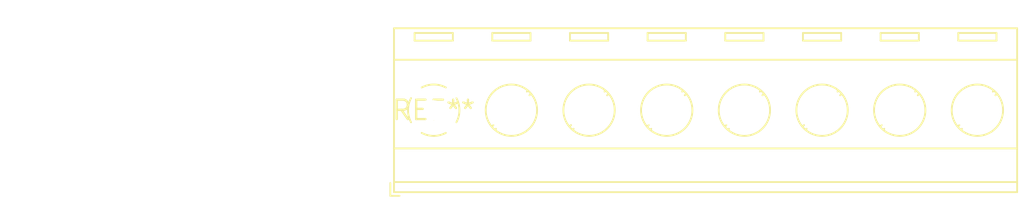
<source format=kicad_pcb>
(kicad_pcb (version 20240108) (generator pcbnew)
  (layers (0 "F.Cu" signal) (31 "B.Cu" signal) (34 "B.Paste" user) (35 "F.Paste" user) (36 "B.SilkS" user "B.Silkscreen") (37 "F.SilkS" user "F.Silkscreen") (38 "B.Mask" user) (39 "F.Mask" user) (44 "Edge.Cuts" user))
  (net 0 "")
  (footprint "TerminalBlock_RND_205-00293_1x08_P5.08mm_Horizontal" (layer "F.Cu") (at 0 0)
    (property "Reference" "REF**")
    (property "Value" "TerminalBlock_RND_205-00293_1x08_P5.08mm_Horizontal")
    (fp_line (start -2.84 4.76) (end -2.84 5.6) (layer "F.SilkS") (stroke (width 0.12)))
    (fp_line (start -2.84 5.6) (end -2.24 5.6) (layer "F.SilkS") (stroke (width 0.12)))
    (fp_line (start -2.6 -5.36) (end -2.6 5.36) (layer "F.SilkS") (stroke (width 0.12)))
    (fp_line (start -2.6 -5.36) (end 38.16 -5.36) (layer "F.SilkS") (stroke (width 0.12)))
    (fp_line (start -2.6 -3.3) (end 38.16 -3.3) (layer "F.SilkS") (stroke (width 0.12)))
    (fp_line (start -2.6 2.5) (end 38.16 2.5) (layer "F.SilkS") (stroke (width 0.12)))
    (fp_line (start -2.6 4.7) (end 38.16 4.7) (layer "F.SilkS") (stroke (width 0.12)))
    (fp_line (start -2.6 5.36) (end 38.16 5.36) (layer "F.SilkS") (stroke (width 0.12)))
    (fp_line (start -1.25 -5.05) (end -1.25 -4.55) (layer "F.SilkS") (stroke (width 0.12)))
    (fp_line (start -1.25 -5.05) (end 1.25 -5.05) (layer "F.SilkS") (stroke (width 0.12)))
    (fp_line (start -1.25 -4.55) (end 1.25 -4.55) (layer "F.SilkS") (stroke (width 0.12)))
    (fp_line (start 1.25 -5.05) (end 1.25 -4.55) (layer "F.SilkS") (stroke (width 0.12)))
    (fp_line (start 3.83 -5.05) (end 3.83 -4.55) (layer "F.SilkS") (stroke (width 0.12)))
    (fp_line (start 3.83 -5.05) (end 6.33 -5.05) (layer "F.SilkS") (stroke (width 0.12)))
    (fp_line (start 3.83 -4.55) (end 6.33 -4.55) (layer "F.SilkS") (stroke (width 0.12)))
    (fp_line (start 3.9 0.976) (end 3.806 1.069) (layer "F.SilkS") (stroke (width 0.12)))
    (fp_line (start 4.07 1.216) (end 4.011 1.274) (layer "F.SilkS") (stroke (width 0.12)))
    (fp_line (start 6.15 -1.275) (end 6.091 -1.216) (layer "F.SilkS") (stroke (width 0.12)))
    (fp_line (start 6.33 -5.05) (end 6.33 -4.55) (layer "F.SilkS") (stroke (width 0.12)))
    (fp_line (start 6.355 -1.069) (end 6.261 -0.976) (layer "F.SilkS") (stroke (width 0.12)))
    (fp_line (start 8.91 -5.05) (end 8.91 -4.55) (layer "F.SilkS") (stroke (width 0.12)))
    (fp_line (start 8.91 -5.05) (end 11.41 -5.05) (layer "F.SilkS") (stroke (width 0.12)))
    (fp_line (start 8.91 -4.55) (end 11.41 -4.55) (layer "F.SilkS") (stroke (width 0.12)))
    (fp_line (start 8.98 0.976) (end 8.886 1.069) (layer "F.SilkS") (stroke (width 0.12)))
    (fp_line (start 9.15 1.216) (end 9.091 1.274) (layer "F.SilkS") (stroke (width 0.12)))
    (fp_line (start 11.23 -1.275) (end 11.171 -1.216) (layer "F.SilkS") (stroke (width 0.12)))
    (fp_line (start 11.41 -5.05) (end 11.41 -4.55) (layer "F.SilkS") (stroke (width 0.12)))
    (fp_line (start 11.435 -1.069) (end 11.341 -0.976) (layer "F.SilkS") (stroke (width 0.12)))
    (fp_line (start 13.99 -5.05) (end 13.99 -4.55) (layer "F.SilkS") (stroke (width 0.12)))
    (fp_line (start 13.99 -5.05) (end 16.49 -5.05) (layer "F.SilkS") (stroke (width 0.12)))
    (fp_line (start 13.99 -4.55) (end 16.49 -4.55) (layer "F.SilkS") (stroke (width 0.12)))
    (fp_line (start 14.06 0.976) (end 13.966 1.069) (layer "F.SilkS") (stroke (width 0.12)))
    (fp_line (start 14.23 1.216) (end 14.171 1.274) (layer "F.SilkS") (stroke (width 0.12)))
    (fp_line (start 16.31 -1.275) (end 16.251 -1.216) (layer "F.SilkS") (stroke (width 0.12)))
    (fp_line (start 16.49 -5.05) (end 16.49 -4.55) (layer "F.SilkS") (stroke (width 0.12)))
    (fp_line (start 16.515 -1.069) (end 16.421 -0.976) (layer "F.SilkS") (stroke (width 0.12)))
    (fp_line (start 19.07 -5.05) (end 19.07 -4.55) (layer "F.SilkS") (stroke (width 0.12)))
    (fp_line (start 19.07 -5.05) (end 21.57 -5.05) (layer "F.SilkS") (stroke (width 0.12)))
    (fp_line (start 19.07 -4.55) (end 21.57 -4.55) (layer "F.SilkS") (stroke (width 0.12)))
    (fp_line (start 19.14 0.976) (end 19.046 1.069) (layer "F.SilkS") (stroke (width 0.12)))
    (fp_line (start 19.31 1.216) (end 19.251 1.274) (layer "F.SilkS") (stroke (width 0.12)))
    (fp_line (start 21.39 -1.275) (end 21.331 -1.216) (layer "F.SilkS") (stroke (width 0.12)))
    (fp_line (start 21.57 -5.05) (end 21.57 -4.55) (layer "F.SilkS") (stroke (width 0.12)))
    (fp_line (start 21.595 -1.069) (end 21.501 -0.976) (layer "F.SilkS") (stroke (width 0.12)))
    (fp_line (start 24.15 -5.05) (end 24.15 -4.55) (layer "F.SilkS") (stroke (width 0.12)))
    (fp_line (start 24.15 -5.05) (end 26.65 -5.05) (layer "F.SilkS") (stroke (width 0.12)))
    (fp_line (start 24.15 -4.55) (end 26.65 -4.55) (layer "F.SilkS") (stroke (width 0.12)))
    (fp_line (start 24.22 0.976) (end 24.126 1.069) (layer "F.SilkS") (stroke (width 0.12)))
    (fp_line (start 24.39 1.216) (end 24.331 1.274) (layer "F.SilkS") (stroke (width 0.12)))
    (fp_line (start 26.47 -1.275) (end 26.411 -1.216) (layer "F.SilkS") (stroke (width 0.12)))
    (fp_line (start 26.65 -5.05) (end 26.65 -4.55) (layer "F.SilkS") (stroke (width 0.12)))
    (fp_line (start 26.675 -1.069) (end 26.581 -0.976) (layer "F.SilkS") (stroke (width 0.12)))
    (fp_line (start 29.23 -5.05) (end 29.23 -4.55) (layer "F.SilkS") (stroke (width 0.12)))
    (fp_line (start 29.23 -5.05) (end 31.73 -5.05) (layer "F.SilkS") (stroke (width 0.12)))
    (fp_line (start 29.23 -4.55) (end 31.73 -4.55) (layer "F.SilkS") (stroke (width 0.12)))
    (fp_line (start 29.3 0.976) (end 29.206 1.069) (layer "F.SilkS") (stroke (width 0.12)))
    (fp_line (start 29.47 1.216) (end 29.411 1.274) (layer "F.SilkS") (stroke (width 0.12)))
    (fp_line (start 31.55 -1.275) (end 31.491 -1.216) (layer "F.SilkS") (stroke (width 0.12)))
    (fp_line (start 31.73 -5.05) (end 31.73 -4.55) (layer "F.SilkS") (stroke (width 0.12)))
    (fp_line (start 31.755 -1.069) (end 31.661 -0.976) (layer "F.SilkS") (stroke (width 0.12)))
    (fp_line (start 34.31 -5.05) (end 34.31 -4.55) (layer "F.SilkS") (stroke (width 0.12)))
    (fp_line (start 34.31 -5.05) (end 36.81 -5.05) (layer "F.SilkS") (stroke (width 0.12)))
    (fp_line (start 34.31 -4.55) (end 36.81 -4.55) (layer "F.SilkS") (stroke (width 0.12)))
    (fp_line (start 34.38 0.976) (end 34.286 1.069) (layer "F.SilkS") (stroke (width 0.12)))
    (fp_line (start 34.55 1.216) (end 34.491 1.274) (layer "F.SilkS") (stroke (width 0.12)))
    (fp_line (start 36.63 -1.275) (end 36.571 -1.216) (layer "F.SilkS") (stroke (width 0.12)))
    (fp_line (start 36.81 -5.05) (end 36.81 -4.55) (layer "F.SilkS") (stroke (width 0.12)))
    (fp_line (start 36.835 -1.069) (end 36.741 -0.976) (layer "F.SilkS") (stroke (width 0.12)))
    (fp_line (start 38.16 -5.36) (end 38.16 5.36) (layer "F.SilkS") (stroke (width 0.12)))
    (fp_arc (start -1.483953 0.789089) (mid -1.680708 5e-05) (end -1.484 -0.789) (layer "F.SilkS") (stroke (width 0.12)))
    (fp_arc (start -0.789089 -1.483953) (mid -5e-05 -1.680708) (end 0.789 -1.484) (layer "F.SilkS") (stroke (width 0.12)))
    (fp_arc (start 0.029383 1.68045) (mid -0.392304 1.634281) (end -0.789 1.484) (layer "F.SilkS") (stroke (width 0.12)))
    (fp_arc (start 0.788712 1.483352) (mid 0.406429 1.630097) (end 0 1.68) (layer "F.SilkS") (stroke (width 0.12)))
    (fp_arc (start 1.483953 -0.789089) (mid 1.680708 -5e-05) (end 1.484 0.789) (layer "F.SilkS") (stroke (width 0.12)))
    (fp_circle (center 5.08 0) (end 6.76 0) (layer "F.SilkS") (stroke (width 0.12)) (fill none))
    (fp_circle (center 10.16 0) (end 11.84 0) (layer "F.SilkS") (stroke (width 0.12)) (fill none))
    (fp_circle (center 15.24 0) (end 16.92 0) (layer "F.SilkS") (stroke (width 0.12)) (fill none))
    (fp_circle (center 20.32 0) (end 22 0) (layer "F.SilkS") (stroke (width 0.12)) (fill none))
    (fp_circle (center 25.4 0) (end 27.08 0) (layer "F.SilkS") (stroke (width 0.12)) (fill none))
    (fp_circle (center 30.48 0) (end 32.16 0) (layer "F.SilkS") (stroke (width 0.12)) (fill none))
    (fp_circle (center 35.56 0) (end 37.24 0) (layer "F.SilkS") (stroke (width 0.12)) (fill none))
    (pad "1" thru_hole rect (at 0 0) (size 2.5 2.5) (drill 1.3) (layers *.Cu *.Mask) (remove_unused_layers))
    (pad "2" thru_hole circle (at 5.08 0) (size 2.5 2.5) (drill 1.3) (layers *.Cu *.Mask) (remove_unused_layers))
    (pad "3" thru_hole circle (at 10.16 0) (size 2.5 2.5) (drill 1.3) (layers *.Cu *.Mask) (remove_unused_layers))
    (pad "4" thru_hole circle (at 15.24 0) (size 2.5 2.5) (drill 1.3) (layers *.Cu *.Mask) (remove_unused_layers))
    (pad "5" thru_hole circle (at 20.32 0) (size 2.5 2.5) (drill 1.3) (layers *.Cu *.Mask) (remove_unused_layers))
    (pad "6" thru_hole circle (at 25.4 0) (size 2.5 2.5) (drill 1.3) (layers *.Cu *.Mask) (remove_unused_layers))
    (pad "7" thru_hole circle (at 30.48 0) (size 2.5 2.5) (drill 1.3) (layers *.Cu *.Mask) (remove_unused_layers))
    (pad "8" thru_hole circle (at 35.56 0) (size 2.5 2.5) (drill 1.3) (layers *.Cu *.Mask) (remove_unused_layers))
  )
)
</source>
